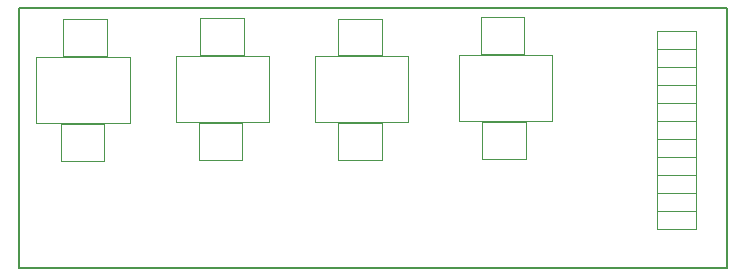
<source format=gbr>
G04 #@! TF.GenerationSoftware,KiCad,Pcbnew,(5.1.0-rc2-21-g16b3c80a7)*
G04 #@! TF.CreationDate,2019-05-25T16:35:41+02:00*
G04 #@! TF.ProjectId,Analog_Input_Module,416e616c-6f67-45f4-996e-7075745f4d6f,R2.1*
G04 #@! TF.SameCoordinates,Original*
G04 #@! TF.FileFunction,Other,User*
%FSLAX46Y46*%
G04 Gerber Fmt 4.6, Leading zero omitted, Abs format (unit mm)*
G04 Created by KiCad (PCBNEW (5.1.0-rc2-21-g16b3c80a7)) date 2019-05-25 16:35:41*
%MOMM*%
%LPD*%
G04 APERTURE LIST*
%ADD10C,0.150000*%
%ADD11C,0.050000*%
G04 APERTURE END LIST*
D10*
X80000000Y-42000000D02*
X80000000Y-20000000D01*
X80000000Y-20000000D02*
X20000000Y-20000000D01*
X80000000Y-42000000D02*
X20000000Y-42000000D01*
X20000000Y-20000000D02*
X20000000Y-42000000D01*
D11*
X65185590Y-29597000D02*
X57285590Y-29597000D01*
X65185590Y-23997000D02*
X57285590Y-23997000D01*
X57285590Y-23997000D02*
X57285590Y-29597000D01*
X65185590Y-23997000D02*
X65185590Y-29597000D01*
X35234000Y-29755500D02*
X35234000Y-32855500D01*
X35234000Y-29755500D02*
X38934000Y-29755500D01*
X38934000Y-32855500D02*
X35234000Y-32855500D01*
X38934000Y-32855500D02*
X38934000Y-29755500D01*
X59106610Y-20802000D02*
X59106610Y-23902000D01*
X59106610Y-20802000D02*
X62806610Y-20802000D01*
X62806610Y-23902000D02*
X59106610Y-23902000D01*
X62806610Y-23902000D02*
X62806610Y-20802000D01*
X47041720Y-20929000D02*
X47041720Y-24029000D01*
X47041720Y-20929000D02*
X50741720Y-20929000D01*
X50741720Y-24029000D02*
X47041720Y-24029000D01*
X50741720Y-24029000D02*
X50741720Y-20929000D01*
X59237000Y-29692000D02*
X59237000Y-32792000D01*
X59237000Y-29692000D02*
X62937000Y-29692000D01*
X62937000Y-32792000D02*
X59237000Y-32792000D01*
X62937000Y-32792000D02*
X62937000Y-29692000D01*
X47045000Y-29755500D02*
X47045000Y-32855500D01*
X47045000Y-29755500D02*
X50745000Y-29755500D01*
X50745000Y-32855500D02*
X47045000Y-32855500D01*
X50745000Y-32855500D02*
X50745000Y-29755500D01*
X52981210Y-29660500D02*
X45081210Y-29660500D01*
X52981210Y-24060500D02*
X45081210Y-24060500D01*
X45081210Y-24060500D02*
X45081210Y-29660500D01*
X52981210Y-24060500D02*
X52981210Y-29660500D01*
X35361000Y-20865500D02*
X35361000Y-23965500D01*
X35361000Y-20865500D02*
X39061000Y-20865500D01*
X39061000Y-23965500D02*
X35361000Y-23965500D01*
X39061000Y-23965500D02*
X39061000Y-20865500D01*
X23744790Y-20992500D02*
X23744790Y-24092500D01*
X23744790Y-20992500D02*
X27444790Y-20992500D01*
X27444790Y-24092500D02*
X23744790Y-24092500D01*
X27444790Y-24092500D02*
X27444790Y-20992500D01*
X41201600Y-29660500D02*
X33301600Y-29660500D01*
X41201600Y-24060500D02*
X33301600Y-24060500D01*
X33301600Y-24060500D02*
X33301600Y-29660500D01*
X41201600Y-24060500D02*
X41201600Y-29660500D01*
X29405300Y-29787500D02*
X21505300Y-29787500D01*
X29405300Y-24187500D02*
X21505300Y-24187500D01*
X21505300Y-24187500D02*
X21505300Y-29787500D01*
X29405300Y-24187500D02*
X29405300Y-29787500D01*
X23550000Y-29882500D02*
X23550000Y-32982500D01*
X23550000Y-29882500D02*
X27250000Y-29882500D01*
X27250000Y-32982500D02*
X23550000Y-32982500D01*
X27250000Y-32982500D02*
X27250000Y-29882500D01*
X77342000Y-26575000D02*
X74042000Y-26575000D01*
X77342000Y-28035000D02*
X77342000Y-26575000D01*
X74042000Y-28035000D02*
X77342000Y-28035000D01*
X74042000Y-26575000D02*
X74042000Y-28035000D01*
X77342000Y-28099000D02*
X74042000Y-28099000D01*
X77342000Y-29559000D02*
X77342000Y-28099000D01*
X74042000Y-29559000D02*
X77342000Y-29559000D01*
X74042000Y-28099000D02*
X74042000Y-29559000D01*
X77342000Y-25051000D02*
X74042000Y-25051000D01*
X77342000Y-26511000D02*
X77342000Y-25051000D01*
X74042000Y-26511000D02*
X77342000Y-26511000D01*
X74042000Y-25051000D02*
X74042000Y-26511000D01*
X77342000Y-22003000D02*
X74042000Y-22003000D01*
X77342000Y-23463000D02*
X77342000Y-22003000D01*
X74042000Y-23463000D02*
X77342000Y-23463000D01*
X74042000Y-22003000D02*
X74042000Y-23463000D01*
X77342000Y-23527000D02*
X74042000Y-23527000D01*
X77342000Y-24987000D02*
X77342000Y-23527000D01*
X74042000Y-24987000D02*
X77342000Y-24987000D01*
X74042000Y-23527000D02*
X74042000Y-24987000D01*
X77342000Y-32671000D02*
X74042000Y-32671000D01*
X77342000Y-34131000D02*
X77342000Y-32671000D01*
X74042000Y-34131000D02*
X77342000Y-34131000D01*
X74042000Y-32671000D02*
X74042000Y-34131000D01*
X74042000Y-29623000D02*
X74042000Y-31083000D01*
X74042000Y-31083000D02*
X77342000Y-31083000D01*
X77342000Y-31083000D02*
X77342000Y-29623000D01*
X77342000Y-29623000D02*
X74042000Y-29623000D01*
X74042000Y-34195000D02*
X74042000Y-35655000D01*
X74042000Y-35655000D02*
X77342000Y-35655000D01*
X77342000Y-35655000D02*
X77342000Y-34195000D01*
X77342000Y-34195000D02*
X74042000Y-34195000D01*
X74042000Y-35719000D02*
X74042000Y-37179000D01*
X74042000Y-37179000D02*
X77342000Y-37179000D01*
X77342000Y-37179000D02*
X77342000Y-35719000D01*
X77342000Y-35719000D02*
X74042000Y-35719000D01*
X74028000Y-31147000D02*
X74028000Y-32607000D01*
X74028000Y-32607000D02*
X77328000Y-32607000D01*
X77328000Y-32607000D02*
X77328000Y-31147000D01*
X77328000Y-31147000D02*
X74028000Y-31147000D01*
X74042000Y-37243000D02*
X74042000Y-38703000D01*
X74042000Y-38703000D02*
X77342000Y-38703000D01*
X77342000Y-38703000D02*
X77342000Y-37243000D01*
X77342000Y-37243000D02*
X74042000Y-37243000D01*
M02*

</source>
